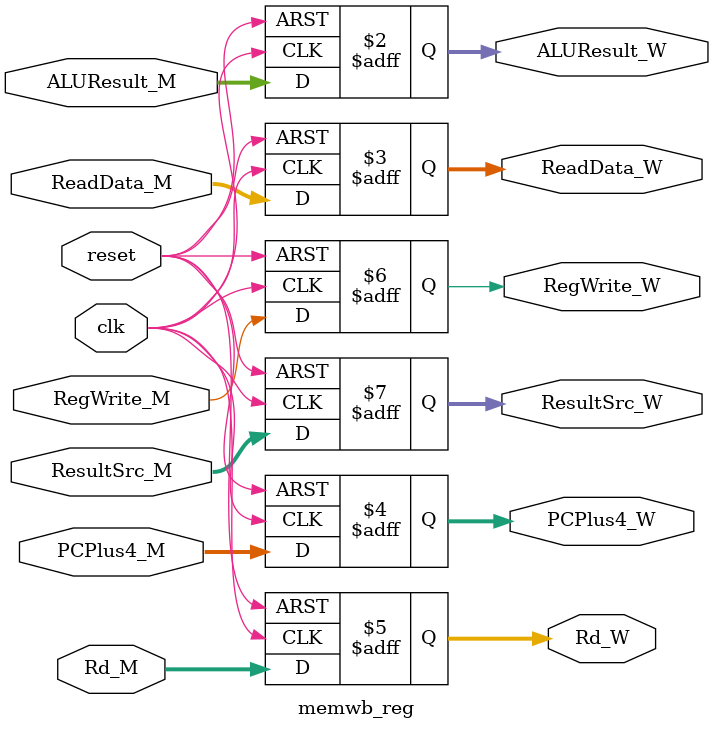
<source format=v>

module ifid_reg(input clk, reset,
                input [31:0] PC_F, Instr_F,
                output reg [31:0] PC_D, Instr_D);
  
  always @(posedge clk or posedge reset) begin
    if (reset) begin
      PC_D <= 32'b0;
      Instr_D <= 32'b0;
    end else begin
      PC_D <= PC_F;
      Instr_D <= Instr_F;
    end
  end
endmodule

// Registro ID/EX - separa Instruction Decode de Execute
module idex_reg(input clk, reset,
                input [31:0] PC_D, RD1_D, RD2_D, ImmExt_D,
                input [4:0] Rs1_D, Rs2_D, Rd_D,
                input RegWrite_D, MemWrite_D, Jump_D, Branch_D, ALUSrc_D,
                input [1:0] ResultSrc_D,
                input [2:0] ALUControl_D,
                output reg [31:0] PC_E, RD1_E, RD2_E, ImmExt_E,
                output reg [4:0] Rs1_E, Rs2_E, Rd_E,
                output reg RegWrite_E, MemWrite_E, Jump_E, Branch_E, ALUSrc_E,
                output reg [1:0] ResultSrc_E,
                output reg [2:0] ALUControl_E);
  
  always @(posedge clk or posedge reset) begin
    if (reset) begin
      PC_E <= 32'b0;
      RD1_E <= 32'b0;
      RD2_E <= 32'b0;
      ImmExt_E <= 32'b0;
      Rs1_E <= 5'b0;
      Rs2_E <= 5'b0;
      Rd_E <= 5'b0;
      RegWrite_E <= 1'b0;
      MemWrite_E <= 1'b0;
      Jump_E <= 1'b0;
      Branch_E <= 1'b0;
      ALUSrc_E <= 1'b0;
      ResultSrc_E <= 2'b0;
      ALUControl_E <= 3'b0;
    end else begin
      PC_E <= PC_D;
      RD1_E <= RD1_D;
      RD2_E <= RD2_D;
      ImmExt_E <= ImmExt_D;
      Rs1_E <= Rs1_D;
      Rs2_E <= Rs2_D;
      Rd_E <= Rd_D;
      RegWrite_E <= RegWrite_D;
      MemWrite_E <= MemWrite_D;
      Jump_E <= Jump_D;
      Branch_E <= Branch_D;
      ALUSrc_E <= ALUSrc_D;
      ResultSrc_E <= ResultSrc_D;
      ALUControl_E <= ALUControl_D;
    end
  end
endmodule

// Registro EX/MEM - separa Execute de Memory
module exmem_reg(input clk, reset,
                 input [31:0] ALUResult_E, WriteData_E, PCPlus4_E, PCTarget_E,
                 input [4:0] Rd_E,
                 input RegWrite_E, MemWrite_E, Zero_E,
                 input [1:0] ResultSrc_E,
                 input PCSrc_E,
                 output reg [31:0] ALUResult_M, WriteData_M, PCPlus4_M, PCTarget_M,
                 output reg [4:0] Rd_M,
                 output reg RegWrite_M, MemWrite_M,
                 output reg [1:0] ResultSrc_M,
                 output reg PCSrc_M);
  
  always @(posedge clk or posedge reset) begin
    if (reset) begin
      ALUResult_M <= 32'b0;
      WriteData_M <= 32'b0;
      PCPlus4_M <= 32'b0;
      PCTarget_M <= 32'b0;
      Rd_M <= 5'b0;
      RegWrite_M <= 1'b0;
      MemWrite_M <= 1'b0;
      ResultSrc_M <= 2'b0;
      PCSrc_M <= 1'b0;
    end else begin
      ALUResult_M <= ALUResult_E;
      WriteData_M <= WriteData_E;
      PCPlus4_M <= PCPlus4_E;
      PCTarget_M <= PCTarget_E;
      Rd_M <= Rd_E;
      RegWrite_M <= RegWrite_E;
      MemWrite_M <= MemWrite_E;
      ResultSrc_M <= ResultSrc_E;
      PCSrc_M <= PCSrc_E;
    end
  end
endmodule

// Registro MEM/WB - separa Memory de Write Back
module memwb_reg(input clk, reset,
                 input [31:0] ALUResult_M, ReadData_M, PCPlus4_M,
                 input [4:0] Rd_M,
                 input RegWrite_M,
                 input [1:0] ResultSrc_M,
                 output reg [31:0] ALUResult_W, ReadData_W, PCPlus4_W,
                 output reg [4:0] Rd_W,
                 output reg RegWrite_W,
                 output reg [1:0] ResultSrc_W);
  
  always @(posedge clk or posedge reset) begin
    if (reset) begin
      ALUResult_W <= 32'b0;
      ReadData_W <= 32'b0;
      PCPlus4_W <= 32'b0;
      Rd_W <= 5'b0;
      RegWrite_W <= 1'b0;
      ResultSrc_W <= 2'b0;
    end else begin
      ALUResult_W <= ALUResult_M;
      ReadData_W <= ReadData_M;
      PCPlus4_W <= PCPlus4_M;
      Rd_W <= Rd_M;
      RegWrite_W <= RegWrite_M;
      ResultSrc_W <= ResultSrc_M;
    end
  end
endmodule

</source>
